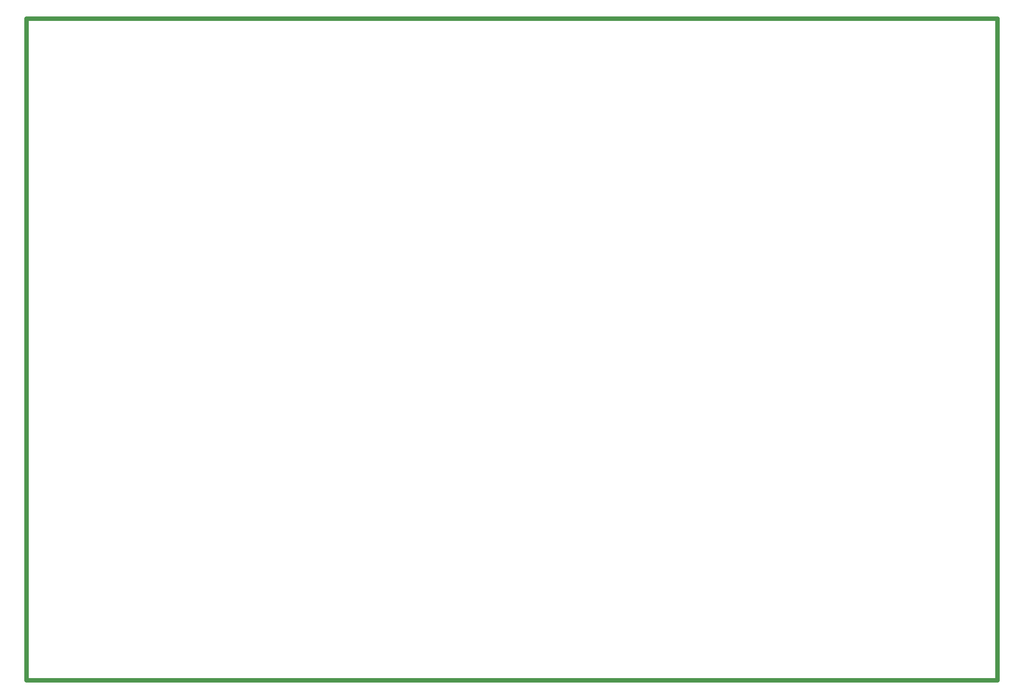
<source format=gm1>
G04 #@! TF.GenerationSoftware,KiCad,Pcbnew,8.0.3*
G04 #@! TF.CreationDate,2024-07-12T16:59:53+02:00*
G04 #@! TF.ProjectId,Sally2,53616c6c-7932-42e6-9b69-6361645f7063,rev?*
G04 #@! TF.SameCoordinates,Original*
G04 #@! TF.FileFunction,Profile,NP*
%FSLAX46Y46*%
G04 Gerber Fmt 4.6, Leading zero omitted, Abs format (unit mm)*
G04 Created by KiCad (PCBNEW 8.0.3) date 2024-07-12 16:59:53*
%MOMM*%
%LPD*%
G01*
G04 APERTURE LIST*
G04 #@! TA.AperFunction,Profile*
%ADD10C,1.000000*%
G04 #@! TD*
G04 APERTURE END LIST*
D10*
X10000000Y0D02*
X230000000Y0D01*
X230000000Y-150000000D01*
X10000000Y-150000000D01*
X10000000Y0D01*
M02*

</source>
